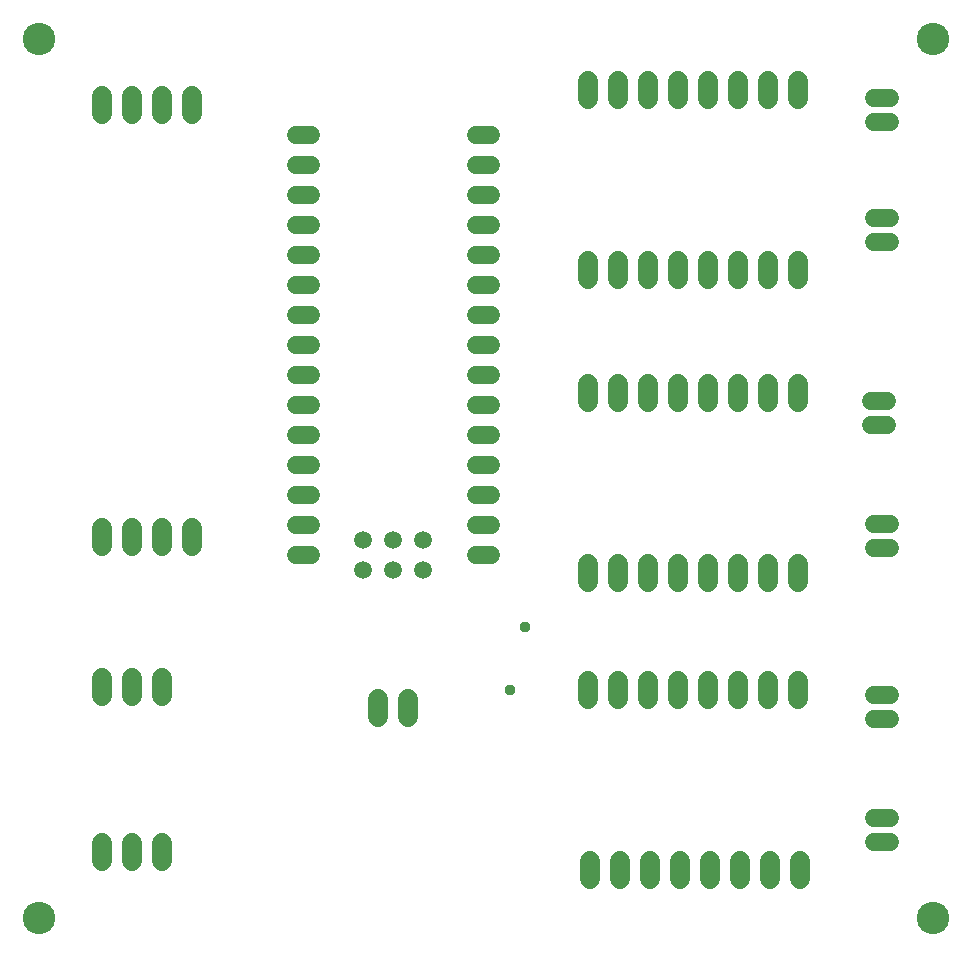
<source format=gbr>
G04 EAGLE Gerber RS-274X export*
G75*
%MOMM*%
%FSLAX34Y34*%
%LPD*%
%INSoldermask Bottom*%
%IPPOS*%
%AMOC8*
5,1,8,0,0,1.08239X$1,22.5*%
G01*
%ADD10C,2.743200*%
%ADD11C,1.511200*%
%ADD12C,1.511200*%
%ADD13C,1.727200*%
%ADD14C,0.959600*%


D10*
X27940Y772160D03*
X784860Y772160D03*
X27940Y27940D03*
X784860Y27940D03*
D11*
X410400Y335280D02*
X397320Y335280D01*
X397320Y360680D02*
X410400Y360680D01*
X410400Y386080D02*
X397320Y386080D01*
X397320Y411480D02*
X410400Y411480D01*
X410400Y436880D02*
X397320Y436880D01*
X397320Y462280D02*
X410400Y462280D01*
X410400Y487680D02*
X397320Y487680D01*
X397320Y513080D02*
X410400Y513080D01*
X410400Y538480D02*
X397320Y538480D01*
X397320Y563880D02*
X410400Y563880D01*
X410400Y589280D02*
X397320Y589280D01*
X397320Y614680D02*
X410400Y614680D01*
X258000Y335280D02*
X244920Y335280D01*
X244920Y360680D02*
X258000Y360680D01*
X258000Y386080D02*
X244920Y386080D01*
X244920Y538480D02*
X258000Y538480D01*
X258000Y563880D02*
X244920Y563880D01*
X244920Y589280D02*
X258000Y589280D01*
X258000Y614680D02*
X244920Y614680D01*
X244920Y690880D02*
X258000Y690880D01*
X397320Y690880D02*
X410400Y690880D01*
X410400Y665480D02*
X397320Y665480D01*
X397320Y640080D02*
X410400Y640080D01*
X258000Y665480D02*
X244920Y665480D01*
X244920Y640080D02*
X258000Y640080D01*
X258000Y411480D02*
X244920Y411480D01*
D12*
X302260Y347980D03*
X327660Y347980D03*
X353060Y347980D03*
D11*
X258000Y513080D02*
X244920Y513080D01*
X244920Y487680D02*
X258000Y487680D01*
X258000Y462280D02*
X244920Y462280D01*
X244920Y436880D02*
X258000Y436880D01*
D12*
X302260Y322580D03*
X327660Y322580D03*
X353060Y322580D03*
D13*
X543560Y568960D02*
X543560Y584200D01*
X518160Y584200D02*
X518160Y568960D01*
X492760Y568960D02*
X492760Y584200D01*
X568960Y584200D02*
X568960Y568960D01*
X594360Y568960D02*
X594360Y584200D01*
X619760Y584200D02*
X619760Y568960D01*
X645160Y568960D02*
X645160Y584200D01*
X670560Y584200D02*
X670560Y568960D01*
X543560Y721360D02*
X543560Y736600D01*
X518160Y736600D02*
X518160Y721360D01*
X492760Y721360D02*
X492760Y736600D01*
X568960Y736600D02*
X568960Y721360D01*
X594360Y721360D02*
X594360Y736600D01*
X619760Y736600D02*
X619760Y721360D01*
X645160Y721360D02*
X645160Y736600D01*
X670560Y736600D02*
X670560Y721360D01*
X340360Y213360D02*
X340360Y198120D01*
X314960Y198120D02*
X314960Y213360D01*
X543560Y312420D02*
X543560Y327660D01*
X518160Y327660D02*
X518160Y312420D01*
X492760Y312420D02*
X492760Y327660D01*
X568960Y327660D02*
X568960Y312420D01*
X594360Y312420D02*
X594360Y327660D01*
X619760Y327660D02*
X619760Y312420D01*
X645160Y312420D02*
X645160Y327660D01*
X670560Y327660D02*
X670560Y312420D01*
X543560Y464820D02*
X543560Y480060D01*
X518160Y480060D02*
X518160Y464820D01*
X492760Y464820D02*
X492760Y480060D01*
X568960Y480060D02*
X568960Y464820D01*
X594360Y464820D02*
X594360Y480060D01*
X619760Y480060D02*
X619760Y464820D01*
X645160Y464820D02*
X645160Y480060D01*
X670560Y480060D02*
X670560Y464820D01*
D11*
X734665Y600350D02*
X747745Y600350D01*
X747745Y620350D02*
X734665Y620350D01*
X734665Y701950D02*
X747745Y701950D01*
X747745Y721950D02*
X734665Y721950D01*
X732125Y445410D02*
X745205Y445410D01*
X745205Y465410D02*
X732125Y465410D01*
X734665Y341270D02*
X747745Y341270D01*
X747745Y361270D02*
X734665Y361270D01*
X734665Y196490D02*
X747745Y196490D01*
X747745Y216490D02*
X734665Y216490D01*
X734665Y92350D02*
X747745Y92350D01*
X747745Y112350D02*
X734665Y112350D01*
D13*
X544830Y76200D02*
X544830Y60960D01*
X519430Y60960D02*
X519430Y76200D01*
X494030Y76200D02*
X494030Y60960D01*
X570230Y60960D02*
X570230Y76200D01*
X595630Y76200D02*
X595630Y60960D01*
X621030Y60960D02*
X621030Y76200D01*
X646430Y76200D02*
X646430Y60960D01*
X671830Y60960D02*
X671830Y76200D01*
X543560Y213360D02*
X543560Y228600D01*
X518160Y228600D02*
X518160Y213360D01*
X492760Y213360D02*
X492760Y228600D01*
X568960Y228600D02*
X568960Y213360D01*
X594360Y213360D02*
X594360Y228600D01*
X619760Y228600D02*
X619760Y213360D01*
X645160Y213360D02*
X645160Y228600D01*
X670560Y228600D02*
X670560Y213360D01*
X132080Y708660D02*
X132080Y723900D01*
X106680Y723900D02*
X106680Y708660D01*
X81280Y708660D02*
X81280Y723900D01*
X157480Y723900D02*
X157480Y708660D01*
X132080Y358140D02*
X132080Y342900D01*
X106680Y342900D02*
X106680Y358140D01*
X81280Y358140D02*
X81280Y342900D01*
X157480Y342900D02*
X157480Y358140D01*
X132080Y231140D02*
X132080Y215900D01*
X106680Y215900D02*
X106680Y231140D01*
X81280Y231140D02*
X81280Y215900D01*
X132080Y91440D02*
X132080Y76200D01*
X106680Y76200D02*
X106680Y91440D01*
X81280Y91440D02*
X81280Y76200D01*
D14*
X426720Y220980D03*
X439420Y274320D03*
M02*

</source>
